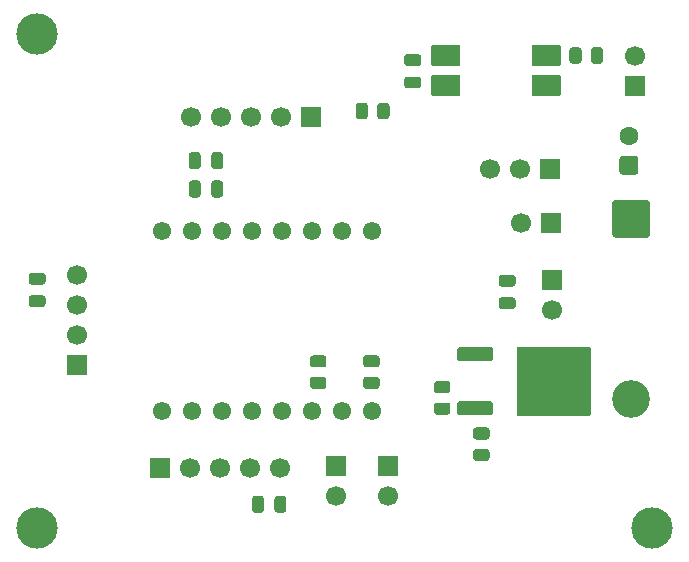
<source format=gbs>
G04 #@! TF.GenerationSoftware,KiCad,Pcbnew,9.0.7*
G04 #@! TF.CreationDate,2026-02-17T18:12:50-06:00*
G04 #@! TF.ProjectId,CNC_Coolant_Pump_Control,434e435f-436f-46f6-9c61-6e745f50756d,rev?*
G04 #@! TF.SameCoordinates,PX3750280PY66ff300*
G04 #@! TF.FileFunction,Soldermask,Bot*
G04 #@! TF.FilePolarity,Negative*
%FSLAX46Y46*%
G04 Gerber Fmt 4.6, Leading zero omitted, Abs format (unit mm)*
G04 Created by KiCad (PCBNEW 9.0.7) date 2026-02-17 18:12:50*
%MOMM*%
%LPD*%
G01*
G04 APERTURE LIST*
%ADD10C,1.600000*%
%ADD11R,1.700000X1.700000*%
%ADD12C,1.700000*%
%ADD13C,3.200000*%
%ADD14C,1.552000*%
%ADD15C,3.500000*%
G04 APERTURE END LIST*
G36*
G01*
X54550000Y33900000D02*
X53450000Y33900000D01*
G75*
G02*
X53200000Y34150000I0J250000D01*
G01*
X53200000Y35250000D01*
G75*
G02*
X53450000Y35500000I250000J0D01*
G01*
X54550000Y35500000D01*
G75*
G02*
X54800000Y35250000I0J-250000D01*
G01*
X54800000Y34150000D01*
G75*
G02*
X54550000Y33900000I-250000J0D01*
G01*
G37*
D10*
X54000000Y37200000D03*
D11*
X29200000Y9240000D03*
D12*
X29200000Y6700000D03*
D11*
X33600000Y9212500D03*
D12*
X33600000Y6672500D03*
G36*
G01*
X52850000Y31770000D02*
X55550000Y31770000D01*
G75*
G02*
X55800000Y31520000I0J-250000D01*
G01*
X55800000Y28820000D01*
G75*
G02*
X55550000Y28570000I-250000J0D01*
G01*
X52850000Y28570000D01*
G75*
G02*
X52600000Y28820000I0J250000D01*
G01*
X52600000Y31520000D01*
G75*
G02*
X52850000Y31770000I250000J0D01*
G01*
G37*
D13*
X54200000Y14930000D03*
D11*
X47400000Y29830000D03*
D12*
X44860000Y29830000D03*
D14*
X32240000Y29130000D03*
X29700000Y29130000D03*
X27160000Y29130000D03*
X24620000Y29130000D03*
X19540000Y29130000D03*
X22080000Y29130000D03*
X14460000Y13890000D03*
X14460000Y29130000D03*
X17000000Y13890000D03*
X19540000Y13890000D03*
X22080000Y13890000D03*
X24620000Y13890000D03*
X27160000Y13890000D03*
X29700000Y13890000D03*
X32240000Y13890000D03*
X17000000Y29130000D03*
D15*
X3900000Y4000000D03*
D11*
X47300000Y34430000D03*
D12*
X44760000Y34430000D03*
X42220000Y34430000D03*
D11*
X27100000Y38800000D03*
D12*
X24560000Y38800000D03*
X22020000Y38800000D03*
X19480000Y38800000D03*
X16940000Y38800000D03*
D11*
X47500000Y25005000D03*
D12*
X47500000Y22465000D03*
D11*
X54500000Y41460000D03*
D12*
X54500000Y44000000D03*
D11*
X7300000Y17820000D03*
D12*
X7300000Y20360000D03*
X7300000Y22900000D03*
X7300000Y25440000D03*
D15*
X56000000Y4000000D03*
X3900000Y45800000D03*
D11*
X14340000Y9100000D03*
D12*
X16880000Y9100000D03*
X19420000Y9100000D03*
X21960000Y9100000D03*
X24500000Y9100000D03*
G36*
G01*
X48227000Y44800000D02*
X48227000Y43200000D01*
G75*
G02*
X48125000Y43098000I-102000J0D01*
G01*
X45875000Y43098000D01*
G75*
G02*
X45773000Y43200000I0J102000D01*
G01*
X45773000Y44800000D01*
G75*
G02*
X45875000Y44902000I102000J0D01*
G01*
X48125000Y44902000D01*
G75*
G02*
X48227000Y44800000I0J-102000D01*
G01*
G37*
G36*
G01*
X48227000Y42260000D02*
X48227000Y40660000D01*
G75*
G02*
X48125000Y40558000I-102000J0D01*
G01*
X45875000Y40558000D01*
G75*
G02*
X45773000Y40660000I0J102000D01*
G01*
X45773000Y42260000D01*
G75*
G02*
X45875000Y42362000I102000J0D01*
G01*
X48125000Y42362000D01*
G75*
G02*
X48227000Y42260000I0J-102000D01*
G01*
G37*
G36*
G01*
X39727000Y42260000D02*
X39727000Y40660000D01*
G75*
G02*
X39625000Y40558000I-102000J0D01*
G01*
X37375000Y40558000D01*
G75*
G02*
X37273000Y40660000I0J102000D01*
G01*
X37273000Y42260000D01*
G75*
G02*
X37375000Y42362000I102000J0D01*
G01*
X39625000Y42362000D01*
G75*
G02*
X39727000Y42260000I0J-102000D01*
G01*
G37*
G36*
G01*
X39727000Y44800000D02*
X39727000Y43200000D01*
G75*
G02*
X39625000Y43098000I-102000J0D01*
G01*
X37375000Y43098000D01*
G75*
G02*
X37273000Y43200000I0J102000D01*
G01*
X37273000Y44800000D01*
G75*
G02*
X37375000Y44902000I102000J0D01*
G01*
X39625000Y44902000D01*
G75*
G02*
X39727000Y44800000I0J-102000D01*
G01*
G37*
G36*
G01*
X35225000Y44110000D02*
X36175000Y44110000D01*
G75*
G02*
X36425000Y43860000I0J-250000D01*
G01*
X36425000Y43360000D01*
G75*
G02*
X36175000Y43110000I-250000J0D01*
G01*
X35225000Y43110000D01*
G75*
G02*
X34975000Y43360000I0J250000D01*
G01*
X34975000Y43860000D01*
G75*
G02*
X35225000Y44110000I250000J0D01*
G01*
G37*
G36*
G01*
X35225000Y42210000D02*
X36175000Y42210000D01*
G75*
G02*
X36425000Y41960000I0J-250000D01*
G01*
X36425000Y41460000D01*
G75*
G02*
X36175000Y41210000I-250000J0D01*
G01*
X35225000Y41210000D01*
G75*
G02*
X34975000Y41460000I0J250000D01*
G01*
X34975000Y41960000D01*
G75*
G02*
X35225000Y42210000I250000J0D01*
G01*
G37*
G36*
G01*
X27250000Y18612500D02*
X28150000Y18612500D01*
G75*
G02*
X28400000Y18362500I0J-250000D01*
G01*
X28400000Y17837500D01*
G75*
G02*
X28150000Y17587500I-250000J0D01*
G01*
X27250000Y17587500D01*
G75*
G02*
X27000000Y17837500I0J250000D01*
G01*
X27000000Y18362500D01*
G75*
G02*
X27250000Y18612500I250000J0D01*
G01*
G37*
G36*
G01*
X27250000Y16787500D02*
X28150000Y16787500D01*
G75*
G02*
X28400000Y16537500I0J-250000D01*
G01*
X28400000Y16012500D01*
G75*
G02*
X28150000Y15762500I-250000J0D01*
G01*
X27250000Y15762500D01*
G75*
G02*
X27000000Y16012500I0J250000D01*
G01*
X27000000Y16537500D01*
G75*
G02*
X27250000Y16787500I250000J0D01*
G01*
G37*
G36*
G01*
X19650000Y35575000D02*
X19650000Y34625000D01*
G75*
G02*
X19400000Y34375000I-250000J0D01*
G01*
X18900000Y34375000D01*
G75*
G02*
X18650000Y34625000I0J250000D01*
G01*
X18650000Y35575000D01*
G75*
G02*
X18900000Y35825000I250000J0D01*
G01*
X19400000Y35825000D01*
G75*
G02*
X19650000Y35575000I0J-250000D01*
G01*
G37*
G36*
G01*
X17750000Y35575000D02*
X17750000Y34625000D01*
G75*
G02*
X17500000Y34375000I-250000J0D01*
G01*
X17000000Y34375000D01*
G75*
G02*
X16750000Y34625000I0J250000D01*
G01*
X16750000Y35575000D01*
G75*
G02*
X17000000Y35825000I250000J0D01*
G01*
X17500000Y35825000D01*
G75*
G02*
X17750000Y35575000I0J-250000D01*
G01*
G37*
G36*
G01*
X4375000Y22700000D02*
X3425000Y22700000D01*
G75*
G02*
X3175000Y22950000I0J250000D01*
G01*
X3175000Y23450000D01*
G75*
G02*
X3425000Y23700000I250000J0D01*
G01*
X4375000Y23700000D01*
G75*
G02*
X4625000Y23450000I0J-250000D01*
G01*
X4625000Y22950000D01*
G75*
G02*
X4375000Y22700000I-250000J0D01*
G01*
G37*
G36*
G01*
X4375000Y24600000D02*
X3425000Y24600000D01*
G75*
G02*
X3175000Y24850000I0J250000D01*
G01*
X3175000Y25350000D01*
G75*
G02*
X3425000Y25600000I250000J0D01*
G01*
X4375000Y25600000D01*
G75*
G02*
X4625000Y25350000I0J-250000D01*
G01*
X4625000Y24850000D01*
G75*
G02*
X4375000Y24600000I-250000J0D01*
G01*
G37*
G36*
G01*
X38650000Y13587500D02*
X37750000Y13587500D01*
G75*
G02*
X37500000Y13837500I0J250000D01*
G01*
X37500000Y14362500D01*
G75*
G02*
X37750000Y14612500I250000J0D01*
G01*
X38650000Y14612500D01*
G75*
G02*
X38900000Y14362500I0J-250000D01*
G01*
X38900000Y13837500D01*
G75*
G02*
X38650000Y13587500I-250000J0D01*
G01*
G37*
G36*
G01*
X38650000Y15412500D02*
X37750000Y15412500D01*
G75*
G02*
X37500000Y15662500I0J250000D01*
G01*
X37500000Y16187500D01*
G75*
G02*
X37750000Y16437500I250000J0D01*
G01*
X38650000Y16437500D01*
G75*
G02*
X38900000Y16187500I0J-250000D01*
G01*
X38900000Y15662500D01*
G75*
G02*
X38650000Y15412500I-250000J0D01*
G01*
G37*
G36*
G01*
X41062500Y12512500D02*
X41962500Y12512500D01*
G75*
G02*
X42212500Y12262500I0J-250000D01*
G01*
X42212500Y11737500D01*
G75*
G02*
X41962500Y11487500I-250000J0D01*
G01*
X41062500Y11487500D01*
G75*
G02*
X40812500Y11737500I0J250000D01*
G01*
X40812500Y12262500D01*
G75*
G02*
X41062500Y12512500I250000J0D01*
G01*
G37*
G36*
G01*
X41062500Y10687500D02*
X41962500Y10687500D01*
G75*
G02*
X42212500Y10437500I0J-250000D01*
G01*
X42212500Y9912500D01*
G75*
G02*
X41962500Y9662500I-250000J0D01*
G01*
X41062500Y9662500D01*
G75*
G02*
X40812500Y9912500I0J250000D01*
G01*
X40812500Y10437500D01*
G75*
G02*
X41062500Y10687500I250000J0D01*
G01*
G37*
G36*
G01*
X39483000Y13679750D02*
X39483000Y14560250D01*
G75*
G02*
X39629750Y14707000I146750J0D01*
G01*
X42370250Y14707000D01*
G75*
G02*
X42517000Y14560250I0J-146750D01*
G01*
X42517000Y13679750D01*
G75*
G02*
X42370250Y13533000I-146750J0D01*
G01*
X39629750Y13533000D01*
G75*
G02*
X39483000Y13679750I0J146750D01*
G01*
G37*
G36*
G01*
X39483000Y18259750D02*
X39483000Y19140250D01*
G75*
G02*
X39629750Y19287000I146750J0D01*
G01*
X42370250Y19287000D01*
G75*
G02*
X42517000Y19140250I0J-146750D01*
G01*
X42517000Y18259750D01*
G75*
G02*
X42370250Y18113000I-146750J0D01*
G01*
X39629750Y18113000D01*
G75*
G02*
X39483000Y18259750I0J146750D01*
G01*
G37*
G36*
G01*
X44498000Y13595000D02*
X44498000Y19225000D01*
G75*
G02*
X44600000Y19327000I102000J0D01*
G01*
X50700000Y19327000D01*
G75*
G02*
X50802000Y19225000I0J-102000D01*
G01*
X50802000Y13595000D01*
G75*
G02*
X50700000Y13493000I-102000J0D01*
G01*
X44600000Y13493000D01*
G75*
G02*
X44498000Y13595000I0J102000D01*
G01*
G37*
G36*
G01*
X22100000Y5525000D02*
X22100000Y6475000D01*
G75*
G02*
X22350000Y6725000I250000J0D01*
G01*
X22850000Y6725000D01*
G75*
G02*
X23100000Y6475000I0J-250000D01*
G01*
X23100000Y5525000D01*
G75*
G02*
X22850000Y5275000I-250000J0D01*
G01*
X22350000Y5275000D01*
G75*
G02*
X22100000Y5525000I0J250000D01*
G01*
G37*
G36*
G01*
X24000000Y5525000D02*
X24000000Y6475000D01*
G75*
G02*
X24250000Y6725000I250000J0D01*
G01*
X24750000Y6725000D01*
G75*
G02*
X25000000Y6475000I0J-250000D01*
G01*
X25000000Y5525000D01*
G75*
G02*
X24750000Y5275000I-250000J0D01*
G01*
X24250000Y5275000D01*
G75*
G02*
X24000000Y5525000I0J250000D01*
G01*
G37*
G36*
G01*
X51825000Y44450000D02*
X51825000Y43550000D01*
G75*
G02*
X51575000Y43300000I-250000J0D01*
G01*
X51050000Y43300000D01*
G75*
G02*
X50800000Y43550000I0J250000D01*
G01*
X50800000Y44450000D01*
G75*
G02*
X51050000Y44700000I250000J0D01*
G01*
X51575000Y44700000D01*
G75*
G02*
X51825000Y44450000I0J-250000D01*
G01*
G37*
G36*
G01*
X50000000Y44450000D02*
X50000000Y43550000D01*
G75*
G02*
X49750000Y43300000I-250000J0D01*
G01*
X49225000Y43300000D01*
G75*
G02*
X48975000Y43550000I0J250000D01*
G01*
X48975000Y44450000D01*
G75*
G02*
X49225000Y44700000I250000J0D01*
G01*
X49750000Y44700000D01*
G75*
G02*
X50000000Y44450000I0J-250000D01*
G01*
G37*
G36*
G01*
X19650000Y33175000D02*
X19650000Y32225000D01*
G75*
G02*
X19400000Y31975000I-250000J0D01*
G01*
X18900000Y31975000D01*
G75*
G02*
X18650000Y32225000I0J250000D01*
G01*
X18650000Y33175000D01*
G75*
G02*
X18900000Y33425000I250000J0D01*
G01*
X19400000Y33425000D01*
G75*
G02*
X19650000Y33175000I0J-250000D01*
G01*
G37*
G36*
G01*
X17750000Y33175000D02*
X17750000Y32225000D01*
G75*
G02*
X17500000Y31975000I-250000J0D01*
G01*
X17000000Y31975000D01*
G75*
G02*
X16750000Y32225000I0J250000D01*
G01*
X16750000Y33175000D01*
G75*
G02*
X17000000Y33425000I250000J0D01*
G01*
X17500000Y33425000D01*
G75*
G02*
X17750000Y33175000I0J-250000D01*
G01*
G37*
G36*
G01*
X43225000Y25430000D02*
X44175000Y25430000D01*
G75*
G02*
X44425000Y25180000I0J-250000D01*
G01*
X44425000Y24680000D01*
G75*
G02*
X44175000Y24430000I-250000J0D01*
G01*
X43225000Y24430000D01*
G75*
G02*
X42975000Y24680000I0J250000D01*
G01*
X42975000Y25180000D01*
G75*
G02*
X43225000Y25430000I250000J0D01*
G01*
G37*
G36*
G01*
X43225000Y23530000D02*
X44175000Y23530000D01*
G75*
G02*
X44425000Y23280000I0J-250000D01*
G01*
X44425000Y22780000D01*
G75*
G02*
X44175000Y22530000I-250000J0D01*
G01*
X43225000Y22530000D01*
G75*
G02*
X42975000Y22780000I0J250000D01*
G01*
X42975000Y23280000D01*
G75*
G02*
X43225000Y23530000I250000J0D01*
G01*
G37*
G36*
G01*
X30887500Y38850000D02*
X30887500Y39750000D01*
G75*
G02*
X31137500Y40000000I250000J0D01*
G01*
X31662500Y40000000D01*
G75*
G02*
X31912500Y39750000I0J-250000D01*
G01*
X31912500Y38850000D01*
G75*
G02*
X31662500Y38600000I-250000J0D01*
G01*
X31137500Y38600000D01*
G75*
G02*
X30887500Y38850000I0J250000D01*
G01*
G37*
G36*
G01*
X32712500Y38850000D02*
X32712500Y39750000D01*
G75*
G02*
X32962500Y40000000I250000J0D01*
G01*
X33487500Y40000000D01*
G75*
G02*
X33737500Y39750000I0J-250000D01*
G01*
X33737500Y38850000D01*
G75*
G02*
X33487500Y38600000I-250000J0D01*
G01*
X32962500Y38600000D01*
G75*
G02*
X32712500Y38850000I0J250000D01*
G01*
G37*
G36*
G01*
X31750000Y18625000D02*
X32650000Y18625000D01*
G75*
G02*
X32900000Y18375000I0J-250000D01*
G01*
X32900000Y17850000D01*
G75*
G02*
X32650000Y17600000I-250000J0D01*
G01*
X31750000Y17600000D01*
G75*
G02*
X31500000Y17850000I0J250000D01*
G01*
X31500000Y18375000D01*
G75*
G02*
X31750000Y18625000I250000J0D01*
G01*
G37*
G36*
G01*
X31750000Y16800000D02*
X32650000Y16800000D01*
G75*
G02*
X32900000Y16550000I0J-250000D01*
G01*
X32900000Y16025000D01*
G75*
G02*
X32650000Y15775000I-250000J0D01*
G01*
X31750000Y15775000D01*
G75*
G02*
X31500000Y16025000I0J250000D01*
G01*
X31500000Y16550000D01*
G75*
G02*
X31750000Y16800000I250000J0D01*
G01*
G37*
M02*

</source>
